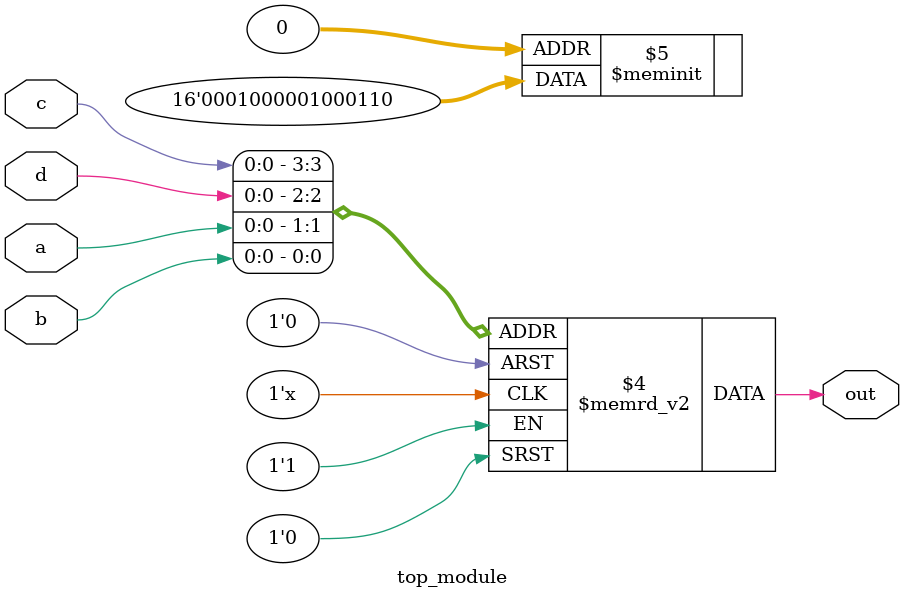
<source format=sv>
module top_module (
    input a,
    input b,
    input c,
    input d,
    output reg out
);

always @(*) begin
    case ({c, d, a, b})
        4'b0000: out = 1'b0;
        4'b0001: out = 1'b1;
        4'b0011: out = 1'b0;
        4'b0010: out = 1'b1;
        4'b0111: out = 1'b0;
        4'b0110: out = 1'b1;
        4'b1101: out = 1'b0;
        4'b1100: out = 1'b1;
        default: out = 1'b0;
    endcase
end

endmodule

</source>
